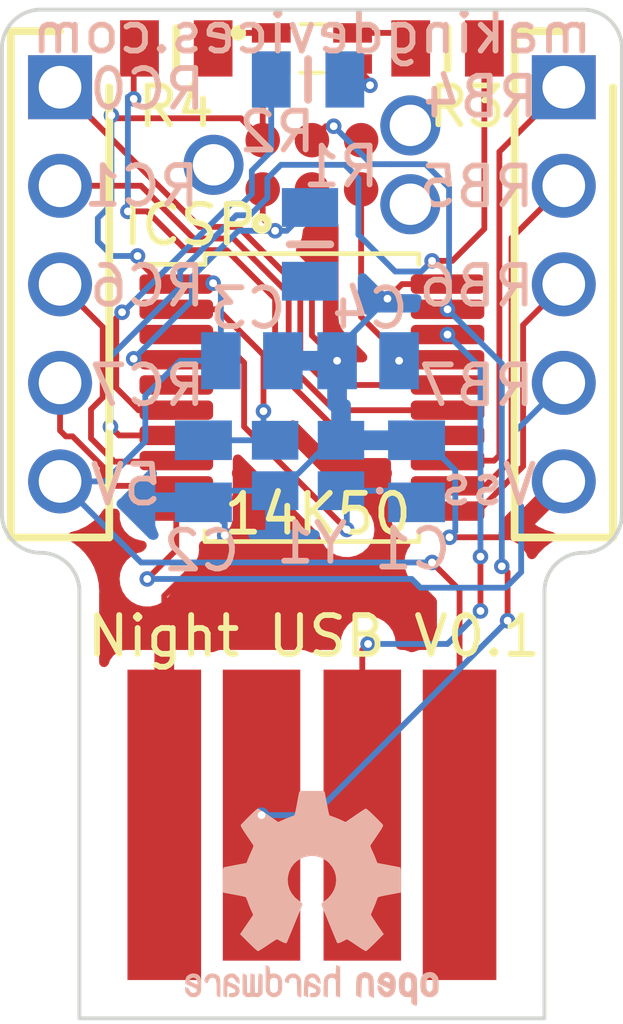
<source format=kicad_pcb>
(kicad_pcb (version 20211014) (generator pcbnew)
  (layers (0 "F.Cu" signal) (31 "B.Cu" signal) (34 "B.Paste" user) (35 "F.Paste" user) (36 "B.SilkS" user "B.Silkscreen") (37 "F.SilkS" user "F.Silkscreen") (38 "B.Mask" user) (39 "F.Mask" user) (44 "Edge.Cuts" user))
  (net 0 "")
  (net 1 "/Cyrstal1")
  (net 2 "GND")
  (net 3 "/Crystal2")
  (net 4 "+5V")
  (net 5 "Net-(C4-Pad2)")
  (net 6 "/MCLR")
  (net 7 "/PGD")
  (net 8 "/PGC")
  (net 10 "Net-(LED1-Pad1)")
  (net 11 "Net-(R3-Pad2)")
  (net 12 "Net-(R2-Pad2)")
  (net 14 "Net-(U1-Pad6)")
  (net 15 "Net-(U1-Pad7)")
  (net 16 "Net-(U1-Pad14)")
  (net 18 "/RB4")
  (net 19 "/RB5")
  (net 20 "/RB6")
  (net 21 "/RB7")
  (net 22 "/RC0")
  (net 23 "/RC1")
  (net 24 "/RC6")
  (net 25 "/RC7")
  (footprint "Library Loader:RESC2012X75N" (layer "F.Cu") (at 95.5 65 180)
    (fp_text reference "R3" (at -0.5 -1.5) (layer "F.SilkS"))
    (fp_text value "220" hide)
    (pad "1" smd rect locked (at -0.95 0 180) (size 1 1.45) (layers "F.Cu" "F.Paste" "F.Mask") (net 15 "Net-(U1-Pad7)"))
    (pad "2" smd rect locked (at 0.95 0 180) (size 1 1.45) (layers "F.Cu" "F.Paste" "F.Mask") (net 11 "Net-(R3-Pad2)"))
  )
  (footprint "Library Loader:HDRV5W64P0X254_1X5_1270X254X610P" (layer "F.Cu") (at 98.5 66 -90)
    (fp_text reference "J3" hide)
    (fp_text value "M20-9990546" hide)
    (pad "1" thru_hole rect locked (at 0 0 270) (size 1.65 1.65) (drill 1.1) (layers *.Cu *.Mask) (net 18 "/RB4"))
    (pad "2" thru_hole circle locked (at 2.54 0 270) (size 1.65 1.65) (drill 1.1) (layers *.Cu *.Mask) (net 19 "/RB5"))
    (pad "3" thru_hole circle locked (at 5.08 0 270) (size 1.65 1.65) (drill 1.1) (layers *.Cu *.Mask) (net 20 "/RB6"))
    (pad "4" thru_hole circle locked (at 7.62 0 270) (size 1.65 1.65) (drill 1.1) (layers *.Cu *.Mask) (net 21 "/RB7"))
    (pad "5" thru_hole circle locked (at 10.16 0 270) (size 1.65 1.65) (drill 1.1) (layers *.Cu *.Mask) (net 2 "GND"))
  )
  (footprint "Library Loader:TC2030-MCP-NL" (layer "F.Cu") (at 92 68)
    (fp_text reference "J1" hide)
    (fp_text value "TC2030-MCP-NL" hide)
    (pad "1" smd circle locked (at -1.27 0.635 90) (size 0.889 0.889) (layers "F.Cu" "F.Paste" "F.Mask") (net 6 "/MCLR"))
    (pad "2" smd circle locked (at -1.27 -0.635 90) (size 0.889 0.889) (layers "F.Cu" "F.Paste" "F.Mask") (net 4 "+5V"))
    (pad "3" smd circle locked (at 0 0.635 90) (size 0.889 0.889) (layers "F.Cu" "F.Paste" "F.Mask") (net 2 "GND"))
    (pad "4" smd circle locked (at 0 -0.635 90) (size 0.889 0.889) (layers "F.Cu" "F.Paste" "F.Mask") (net 7 "/PGD"))
    (pad "5" smd circle locked (at 1.27 0.635 90) (size 0.889 0.889) (layers "F.Cu" "F.Paste" "F.Mask") (net 8 "/PGC"))
    (pad "6" smd circle locked (at 1.27 -0.635 90) (size 0.889 0.889) (layers "F.Cu" "F.Paste" "F.Mask"))
    (pad "7" thru_hole circle locked (at -2.54 0) (size 1.55 1.55) (drill 1.0668) (layers *.Cu *.Mask))
    (pad "8" thru_hole circle locked (at 2.54 -1.016) (size 1.55 1.55) (drill 1.0668) (layers *.Cu *.Mask))
    (pad "9" thru_hole circle locked (at 2.54 1.016) (size 1.55 1.55) (drill 1.0668) (layers *.Cu *.Mask))
  )
  (footprint "Library Loader:INS85DATRG" (layer "F.Cu") (at 92 65)
    (fp_text reference "LED1" hide)
    (fp_text value "IN-S85TATRGB" hide)
    (pad "1" smd rect locked (at -1.05 -0.4 90) (size 0.5 1) (layers "F.Cu" "F.Paste" "F.Mask") (net 10 "Net-(LED1-Pad1)"))
    (pad "2" smd rect locked (at 1.05 -0.4 90) (size 0.5 1) (layers "F.Cu" "F.Paste" "F.Mask") (net 11 "Net-(R3-Pad2)"))
    (pad "3" smd rect locked (at -1.05 0.4 90) (size 0.5 1) (layers "F.Cu" "F.Paste" "F.Mask") (net 4 "+5V"))
    (pad "4" smd rect locked (at 1.05 0.4 90) (size 0.5 1) (layers "F.Cu" "F.Paste" "F.Mask") (net 12 "Net-(R2-Pad2)"))
  )
  (footprint "Library Loader:RESC2012X75N" (layer "F.Cu") (at 88.5 65)
    (fp_text reference "R4" (at 0 1.5) (layer "F.SilkS"))
    (fp_text value "220" hide)
    (pad "1" smd rect locked (at -0.95 0) (size 1 1.45) (layers "F.Cu" "F.Paste" "F.Mask") (net 16 "Net-(U1-Pad14)"))
    (pad "2" smd rect locked (at 0.95 0) (size 1 1.45) (layers "F.Cu" "F.Paste" "F.Mask") (net 10 "Net-(LED1-Pad1)"))
  )
  (footprint "Package_SO:SSOP-20_5.3x7.2mm_P0.65mm" (layer "F.Cu") (at 92 74)
    (fp_text reference "U1" hide)
    (fp_text value "14K50" (at 0.15 3 180) (layer "F.SilkS"))
    (pad "1" smd roundrect (at -3.5 -2.925) (size 1.9 0.5) (layers "F.Cu" "F.Paste" "F.Mask") (net 4 "+5V"))
    (pad "2" smd roundrect (at -3.5 -2.275) (size 1.9 0.5) (layers "F.Cu" "F.Paste" "F.Mask") (net 3 "/Crystal2"))
    (pad "3" smd roundrect (at -3.5 -1.625) (size 1.9 0.5) (layers "F.Cu" "F.Paste" "F.Mask") (net 1 "/Cyrstal1"))
    (pad "4" smd roundrect (at -3.5 -0.975) (size 1.9 0.5) (layers "F.Cu" "F.Paste" "F.Mask") (net 6 "/MCLR"))
    (pad "5" smd roundrect (at -3.5 -0.325) (size 1.9 0.5) (layers "F.Cu" "F.Paste" "F.Mask"))
    (pad "6" smd roundrect (at -3.5 0.325) (size 1.9 0.5) (layers "F.Cu" "F.Paste" "F.Mask") (net 14 "Net-(U1-Pad6)"))
    (pad "7" smd roundrect (at -3.5 0.975) (size 1.9 0.5) (layers "F.Cu" "F.Paste" "F.Mask") (net 15 "Net-(U1-Pad7)"))
    (pad "8" smd roundrect (at -3.5 1.625) (size 1.9 0.5) (layers "F.Cu" "F.Paste" "F.Mask") (net 24 "/RC6"))
    (pad "9" smd roundrect (at -3.5 2.275) (size 1.9 0.5) (layers "F.Cu" "F.Paste" "F.Mask") (net 25 "/RC7"))
    (pad "10" smd roundrect (at -3.5 2.925) (size 1.9 0.5) (layers "F.Cu" "F.Paste" "F.Mask") (net 21 "/RB7"))
    (pad "11" smd roundrect (at 3.5 2.925) (size 1.9 0.5) (layers "F.Cu" "F.Paste" "F.Mask") (net 20 "/RB6"))
    (pad "12" smd roundrect (at 3.5 2.275) (size 1.9 0.5) (layers "F.Cu" "F.Paste" "F.Mask") (net 19 "/RB5"))
    (pad "13" smd roundrect (at 3.5 1.625) (size 1.9 0.5) (layers "F.Cu" "F.Paste" "F.Mask") (net 18 "/RB4"))
    (pad "14" smd roundrect (at 3.5 0.975) (size 1.9 0.5) (layers "F.Cu" "F.Paste" "F.Mask") (net 16 "Net-(U1-Pad14)"))
    (pad "15" smd roundrect (at 3.5 0.325) (size 1.9 0.5) (layers "F.Cu" "F.Paste" "F.Mask") (net 23 "/RC1"))
    (pad "16" smd roundrect (at 3.5 -0.325) (size 1.9 0.5) (layers "F.Cu" "F.Paste" "F.Mask") (net 22 "/RC0"))
    (pad "17" smd roundrect (at 3.5 -0.975) (size 1.9 0.5) (layers "F.Cu" "F.Paste" "F.Mask") (net 5 "Net-(C4-Pad2)"))
    (pad "18" smd roundrect (at 3.5 -1.625) (size 1.9 0.5) (layers "F.Cu" "F.Paste" "F.Mask") (net 8 "/PGC"))
    (pad "19" smd roundrect (at 3.5 -2.275) (size 1.9 0.5) (layers "F.Cu" "F.Paste" "F.Mask") (net 7 "/PGD"))
    (pad "20" smd roundrect (at 3.5 -2.925) (size 1.9 0.5) (layers "F.Cu" "F.Paste" "F.Mask") (net 2 "GND"))
  )
  (footprint "Library Loader:HDRV5W64P0X254_1X5_1270X254X610P" (layer "F.Cu") (at 85.5 66 -90)
    (fp_text reference "J4" hide)
    (fp_text value "M20-9990546" hide)
    (pad "1" thru_hole rect locked (at 0 0 270) (size 1.65 1.65) (drill 1.1) (layers *.Cu *.Mask) (net 22 "/RC0"))
    (pad "2" thru_hole circle locked (at 2.54 0 270) (size 1.65 1.65) (drill 1.1) (layers *.Cu *.Mask) (net 23 "/RC1"))
    (pad "3" thru_hole circle locked (at 5.08 0 270) (size 1.65 1.65) (drill 1.1) (layers *.Cu *.Mask) (net 24 "/RC6"))
    (pad "4" thru_hole circle locked (at 7.62 0 270) (size 1.65 1.65) (drill 1.1) (layers *.Cu *.Mask) (net 25 "/RC7"))
    (pad "5" thru_hole circle locked (at 10.16 0 270) (size 1.65 1.65) (drill 1.1) (layers *.Cu *.Mask) (net 4 "+5V"))
  )
  (footprint "Library Loader:usb-PCB" (layer "F.Cu") (at 92 89.9125)
    (fp_text reference "J2" hide)
    (fp_text value "USB_A_PLUG" hide)
    (pad "1" connect rect (at 3.81 -4.9) (size 1.9 8) (layers "F.Cu" "F.Mask") (net 4 "+5V"))
    (pad "2" connect rect (at 1.3 -5.15) (size 2 7.5) (layers "F.Cu" "F.Mask") (net 8 "/PGC"))
    (pad "3" connect rect (at -1.3 -5.15) (size 2 7.5) (layers "F.Cu" "F.Mask") (net 7 "/PGD"))
    (pad "4" connect rect (at -3.81 -4.9) (size 1.9 8) (layers "F.Cu" "F.Mask") (net 2 "GND"))
  )
  (footprint "Library Loader:CAPC2012X140N" (layer "B.Cu") (at 90.45 73.05 180)
    (fp_text reference "C3" (at 0.1 1.35 180) (layer "B.SilkS") (effects (justify mirror)))
    (fp_text value "100nF" hide)
    (pad "1" smd rect locked (at -0.8 0 180) (size 1.02 1.47) (layers "B.Cu" "B.Paste" "B.Mask") (net 2 "GND"))
    (pad "2" smd rect locked (at 0.8 0 180) (size 1.02 1.47) (layers "B.Cu" "B.Paste" "B.Mask") (net 4 "+5V"))
  )
  (footprint "Library Loader:RESC2012X75N" (layer "B.Cu") (at 91.9 65.8)
    (fp_text reference "R2" (at -0.8 1.35 180) (layer "B.SilkS") (effects (justify mirror)))
    (fp_text value "220" hide)
    (pad "1" smd rect locked (at -0.95 0) (size 1 1.45) (layers "B.Cu" "B.Paste" "B.Mask") (net 14 "Net-(U1-Pad6)"))
    (pad "2" smd rect locked (at 0.95 0) (size 1 1.45) (layers "B.Cu" "B.Paste" "B.Mask") (net 12 "Net-(R2-Pad2)"))
  )
  (footprint "Library Loader:CAPC2012X140N" (layer "B.Cu") (at 93.45 73.05)
    (fp_text reference "C4" (at 0.05 -1.35 180) (layer "B.SilkS") (effects (justify mirror)))
    (fp_text value "470nF" hide)
    (pad "1" smd rect locked (at -0.8 0) (size 1.02 1.47) (layers "B.Cu" "B.Paste" "B.Mask") (net 2 "GND"))
    (pad "2" smd rect locked (at 0.8 0) (size 1.02 1.47) (layers "B.Cu" "B.Paste" "B.Mask") (net 5 "Net-(C4-Pad2)"))
  )
  (footprint "Library Loader:CX2520DB12000D0GPSC1" (layer "B.Cu") (at 91.9 75.75 180)
    (fp_text reference "Y1" (at -0.1 -2) (layer "B.SilkS") (effects (justify mirror)))
    (fp_text value "12Mhz" hide)
    (pad "1" smd rect locked (at -0.85 -0.65 90) (size 1 1.2) (layers "B.Cu" "B.Paste" "B.Mask") (net 1 "/Cyrstal1"))
    (pad "2" smd rect locked (at 0.85 -0.65 90) (size 1 1.2) (layers "B.Cu" "B.Paste" "B.Mask") (net 2 "GND"))
    (pad "3" smd rect locked (at 0.85 0.65 90) (size 1 1.2) (layers "B.Cu" "B.Paste" "B.Mask") (net 3 "/Crystal2"))
    (pad "4" smd rect locked (at -0.85 0.65 90) (size 1 1.2) (layers "B.Cu" "B.Paste" "B.Mask") (net 2 "GND"))
  )
  (footprint "Library Loader:RESC2012X75N" (layer "B.Cu") (at 91.95 70.05 90)
    (fp_text reference "R1" (at 2 0.8 180) (layer "B.SilkS") (effects (justify mirror)))
    (fp_text value "10k" hide)
    (pad "1" smd rect locked (at -0.95 0 90) (size 1 1.45) (layers "B.Cu" "B.Paste" "B.Mask"))
    (pad "2" smd rect locked (at 0.95 0 90) (size 1 1.45) (layers "B.Cu" "B.Paste" "B.Mask") (net 6 "/MCLR"))
  )
  (footprint "Symbol:OSHW-Logo2_7.3x6mm_SilkScreen" (layer "B.Cu") (at 92 86.9 180)
    (fp_text reference "REF**" hide)
    (fp_text value "OSHW-Logo2_7.3x6mm_SilkScreen" hide)
  )
  (footprint "Library Loader:CAPC2012X140N" (layer "B.Cu") (at 89.2 75.9 90)
    (fp_text reference "C2" (at -2.05 -0.05) (layer "B.SilkS") (effects (justify mirror)))
    (fp_text value "22pF" hide)
    (pad "1" smd rect locked (at -0.8 0 90) (size 1.02 1.47) (layers "B.Cu" "B.Paste" "B.Mask") (net 2 "GND"))
    (pad "2" smd rect locked (at 0.8 0 90) (size 1.02 1.47) (layers "B.Cu" "B.Paste" "B.Mask") (net 3 "/Crystal2"))
  )
  (footprint "Library Loader:CAPC2012X140N" (layer "B.Cu") (at 94.7 75.9 90)
    (fp_text reference "C1" (at -2 -0.1) (layer "B.SilkS") (effects (justify mirror)))
    (fp_text value "22pF" hide)
    (pad "1" smd rect locked (at -0.8 0 90) (size 1.02 1.47) (layers "B.Cu" "B.Paste" "B.Mask") (net 1 "/Cyrstal1"))
    (pad "2" smd rect locked (at 0.8 0 90) (size 1.02 1.47) (layers "B.Cu" "B.Paste" "B.Mask") (net 2 "GND"))
  )
  (gr_arc (start 85 78) (mid 84.292893 77.707107) (end 84 77) (layer "Edge.Cuts") (width 0.1))
  (gr_line (start 86 90) (end 86 79) (layer "Edge.Cuts") (width 0.1))
  (gr_line (start 100 65) (end 100 77) (layer "Edge.Cuts") (width 0.1))
  (gr_line (start 98 79) (end 98 90) (layer "Edge.Cuts") (width 0.1))
  (gr_arc (start 98 79) (mid 98.292893 78.292893) (end 99 78) (layer "Edge.Cuts") (width 0.1))
  (gr_arc (start 100 77) (mid 99.707107 77.707107) (end 99 78) (layer "Edge.Cuts") (width 0.1))
  (gr_arc (start 85 78) (mid 85.707107 78.292893) (end 86 79) (layer "Edge.Cuts") (width 0.1))
  (gr_line (start 84 77) (end 84 65) (layer "Edge.Cuts") (width 0.1))
  (gr_arc (start 99 64) (mid 99.707107 64.292893) (end 100 65) (layer "Edge.Cuts") (width 0.1))
  (gr_arc (start 84 65) (mid 84.292893 64.292893) (end 85 64) (layer "Edge.Cuts") (width 0.1))
  (gr_line (start 85 64) (end 99 64) (layer "Edge.Cuts") (width 0.1))
  (gr_line (start 98 90) (end 86 90) (layer "Edge.Cuts") (width 0.1))
  (gr_text "RC1" (at 87.6 68.55) (layer "B.SilkS") (effects (font (size 1 1)) (justify mirror)))
  (gr_text "RC0" (at 87.75 66.05) (layer "B.SilkS") (effects (font (size 1 1)) (justify mirror)))
  (gr_text "RC7" (at 87.75 73.6875) (layer "B.SilkS") (effects (font (size 1 1)) (justify mirror)))
  (gr_text "RB4" (at 96.35 66.25) (layer "B.SilkS") (effects (font (size 1 1)) (justify mirror)))
  (gr_text "RB7" (at 96.25 73.6875) (layer "B.SilkS") (effects (font (size 1 1)) (justify mirror)))
  (gr_text "5V" (at 87.2 76.25) (layer "B.SilkS") (effects (font (size 1 1)) (justify mirror)))
  (gr_text "RC6" (at 87.75 71.125) (layer "B.SilkS") (effects (font (size 1 1)) (justify mirror)))
  (gr_text "RB6" (at 96.25 71.125) (layer "B.SilkS") (effects (font (size 1 1)) (justify mirror)))
  (gr_text "makingdevices.com" (at 92 64.6) (layer "B.SilkS") (effects (font (size 1 1)) (justify mirror)))
  (gr_text "Vss" (at 96.55 76.25) (layer "B.SilkS") (effects (font (size 1 1)) (justify mirror)))
  (gr_text "RB5" (at 96.25 68.5625) (layer "B.SilkS") (effects (font (size 1 1)) (justify mirror)))
  (gr_text "Night USB V0.1" (at 92.05 80.15) (layer "F.SilkS") (effects (font (size 1 1))))
  (gr_text "ICSP" (at 88.85 69.55) (layer "F.SilkS") (effects (font (size 1 1))))
  (segment (start 89.525 72.375) (end 90.1 72.95) (width 0.15) (layer "F.Cu") (net 1))
  (segment (start 90.1 72.95) (end 90.25 73.1) (width 0.15) (layer "F.Cu") (net 1))
  (segment (start 88.5 72.375) (end 89.525 72.375) (width 0.15) (layer "F.Cu") (net 1))
  (segment (start 90.25 74.25) (end 90.25 74.75) (width 0.15) (layer "F.Cu") (net 1))
  (segment (start 90.25 74.75) (end 92.9 77.4) (width 0.15) (layer "F.Cu") (net 1))
  (segment (start 90.25 73.1) (end 90.25 74.25) (width 0.15) (layer "F.Cu") (net 1))
  (via (at 92.9 77.4) (size 0.4) (drill 0.2) (layers "F.Cu" "B.Cu") (net 1))
  (segment (start 92.75 76.4) (end 94.4 76.4) (width 0.15) (layer "B.Cu") (net 1))
  (segment (start 94.4 76.4) (end 94.7 76.7) (width 0.15) (layer "B.Cu") (net 1))
  (segment (start 92.9 77.4) (end 92.9 76.55) (width 0.15) (layer "B.Cu") (net 1))
  (segment (start 92.9 76.55) (end 92.75 76.4) (width 0.15) (layer "B.Cu") (net 1))
  (segment (start 88.19 79.11) (end 89.75 77.55) (width 0.15) (layer "F.Cu") (net 2))
  (segment (start 93.95 71.45) (end 94.325 71.075) (width 0.15) (layer "F.Cu") (net 2))
  (segment (start 94.325 71.075) (end 95.5 71.075) (width 0.15) (layer "F.Cu") (net 2))
  (segment (start 97.06 77.6) (end 98.5 76.16) (width 0.15) (layer "F.Cu") (net 2))
  (segment (start 88.19 85.0125) (end 88.19 79.11) (width 0.15) (layer "F.Cu") (net 2))
  (segment (start 92 72.4) (end 92.65 73.05) (width 0.15) (layer "F.Cu") (net 2))
  (segment (start 95.55 77.6) (end 97.06 77.6) (width 0.15) (layer "F.Cu") (net 2))
  (segment (start 92 68.635) (end 92 72.4) (width 0.15) (layer "F.Cu") (net 2))
  (via (at 95.55 77.6) (size 0.4) (drill 0.2) (layers "F.Cu" "B.Cu") (net 2))
  (via (at 89.75 77.55) (size 0.4) (drill 0.2) (layers "F.Cu" "B.Cu") (net 2))
  (via (at 93.95 71.45) (size 0.4) (drill 0.2) (layers "F.Cu" "B.Cu") (net 2))
  (via (at 92.65 73.05) (size 0.4) (drill 0.2) (layers "F.Cu" "B.Cu") (net 2))
  (segment (start 94.7 75.1) (end 92.75 75.1) (width 0.15) (layer "B.Cu") (net 2))
  (segment (start 92.65 72.75) (end 93.95 71.45) (width 0.15) (layer "B.Cu") (net 2))
  (segment (start 92.65 73.05) (end 92.65 72.75) (width 0.15) (layer "B.Cu") (net 2))
  (segment (start 92.500978 75.1) (end 92.75 75.1) (width 0.15) (layer "B.Cu") (net 2))
  (segment (start 94.7 75.1) (end 94.925 75.1) (width 0.15) (layer "B.Cu") (net 2))
  (segment (start 95.7 75.875) (end 95.7 77.35) (width 0.15) (layer "B.Cu") (net 2))
  (segment (start 92.75 75.1) (end 92.75 73.15) (width 0.15) (layer "B.Cu") (net 2))
  (segment (start 91.05 76.4) (end 91.200978 76.4) (width 0.15) (layer "B.Cu") (net 2))
  (segment (start 89.5 76.4) (end 89.2 76.7) (width 0.15) (layer "B.Cu") (net 2))
  (segment (start 91.05 76.4) (end 89.5 76.4) (width 0.15) (layer "B.Cu") (net 2))
  (segment (start 95.7 77.35) (end 95.7 77.45) (width 0.15) (layer "B.Cu") (net 2))
  (segment (start 89.75 77.25) (end 89.2 76.7) (width 0.15) (layer "B.Cu") (net 2))
  (segment (start 91.200978 76.4) (end 92.500978 75.1) (width 0.15) (layer "B.Cu") (net 2))
  (segment (start 94.925 75.1) (end 95.7 75.875) (width 0.15) (layer "B.Cu") (net 2))
  (segment (start 92.75 73.15) (end 92.65 73.05) (width 0.15) (layer "B.Cu") (net 2))
  (segment (start 95.7 77.45) (end 95.55 77.6) (width 0.15) (layer "B.Cu") (net 2))
  (segment (start 89.75 77.55) (end 89.75 77.25) (width 0.15) (layer "B.Cu") (net 2))
  (segment (start 91.25 73.05) (end 92.65 73.05) (width 0.15) (layer "B.Cu") (net 2))
  (segment (start 89.575 71.725) (end 90.75 72.9) (width 0.15) (layer "F.Cu") (net 3))
  (segment (start 88.5 71.725) (end 89.575 71.725) (width 0.15) (layer "F.Cu") (net 3))
  (segment (start 90.75 72.9) (end 90.75 74.35) (width 0.15) (layer "F.Cu") (net 3))
  (via (at 90.75 74.35) (size 0.4) (drill 0.2) (layers "F.Cu" "B.Cu") (net 3))
  (segment (start 90.75 74.35) (end 90.75 74.8) (width 0.15) (layer "B.Cu") (net 3))
  (segment (start 91.05 75.1) (end 89.2 75.1) (width 0.15) (layer "B.Cu") (net 3))
  (segment (start 90.75 74.8) (end 91.05 75.1) (width 0.15) (layer "B.Cu") (net 3))
  (segment (start 88.5 71.075) (end 88.125 71.075) (width 0.15) (layer "F.Cu") (net 4))
  (segment (start 90.73 65.62) (end 90.95 65.4) (width 0.15) (layer "F.Cu") (net 4))
  (segment (start 88.5 71.075) (end 89.425 71.075) (width 0.15) (layer "F.Cu") (net 4))
  (segment (start 90.73 67.365) (end 90.73 65.62) (width 0.15) (layer "F.Cu") (net 4))
  (segment (start 90.73 67.365) (end 90.165 66.8) (width 0.15) (layer "F.Cu") (net 4))
  (segment (start 88.125 71.075) (end 87.5 70.45) (width 0.15) (layer "F.Cu") (net 4))
  (segment (start 95.81 85.0125) (end 95.81 78.96) (width 0.15) (layer "F.Cu") (net 4))
  (segment (start 95.81 78.96) (end 95.1 78.25) (width 0.15) (layer "F.Cu") (net 4))
  (segment (start 87.5 70.45) (end 87.5 70.35) (width 0.15) (layer "F.Cu") (net 4))
  (segment (start 90.165 66.8) (end 86.900334 66.8) (width 0.15) (layer "F.Cu") (net 4))
  (segment (start 89.425 71.075) (end 89.45 71.05) (width 0.15) (layer "F.Cu") (net 4))
  (via (at 89.45 71.05) (size 0.4) (drill 0.2) (layers "F.Cu" "B.Cu") (net 4))
  (via (at 87.5 70.35) (size 0.4) (drill 0.2) (layers "F.Cu" "B.Cu") (net 4))
  (via (at 95.1 78.25) (size 0.4) (drill 0.2) (layers "F.Cu" "B.Cu") (net 4))
  (via (at 86.8255 66.725166) (size 0.4) (drill 0.2) (layers "F.Cu" "B.Cu") (net 4))
  (segment (start 87.5 70.35) (end 86.85 70.35) (width 0.15) (layer "B.Cu") (net 4))
  (segment (start 87.59 78.25) (end 85.5 76.16) (width 0.15) (layer "B.Cu") (net 4))
  (segment (start 89.65 71.25) (end 89.45 71.05) (width 0.15) (layer "B.Cu") (net 4))
  (segment (start 86.666726 76.16) (end 85.5 76.16) (width 0.15) (layer "B.Cu") (net 4))
  (segment (start 88.6 73.05) (end 87.7 73.95) (width 0.15) (layer "B.Cu") (net 4))
  (segment (start 89.65 73.05) (end 88.6 73.05) (width 0.15) (layer "B.Cu") (net 4))
  (segment (start 86.474825 69.974825) (end 86.474825 69.374825) (width 0.15) (layer "B.Cu") (net 4))
  (segment (start 86.85 70.35) (end 86.474825 69.974825) (width 0.15) (layer "B.Cu") (net 4))
  (segment (start 95.1 78.25) (end 87.59 78.25) (width 0.15) (layer "B.Cu") (net 4))
  (segment (start 87.7 73.95) (end 87.7 75.126726) (width 0.15) (layer "B.Cu") (net 4))
  (segment (start 86.8255 69.02415) (end 86.474825 69.374825) (width 0.15) (layer "B.Cu") (net 4))
  (segment (start 86.8255 66.725166) (end 86.8255 69.02415) (width 0.15) (layer "B.Cu") (net 4))
  (segment (start 87.7 75.126726) (end 86.666726 76.16) (width 0.15) (layer "B.Cu") (net 4))
  (segment (start 89.65 73.05) (end 89.65 71.25) (width 0.15) (layer "B.Cu") (net 4))
  (segment (start 95.5 73.025) (end 94.275 73.025) (width 0.15) (layer "F.Cu") (net 5))
  (segment (start 94.275 73.025) (end 94.25 73.05) (width 0.15) (layer "F.Cu") (net 5))
  (via (at 94.25 73.05) (size 0.4) (drill 0.2) (layers "F.Cu" "B.Cu") (net 5))
  (segment (start 88.5 73.025) (end 87.425 73.025) (width 0.15) (layer "F.Cu") (net 6))
  (segment (start 87.425 73.025) (end 87.4 73) (width 0.15) (layer "F.Cu") (net 6))
  (segment (start 90.73 69.38) (end 91.05 69.7) (width 0.15) (layer "F.Cu") (net 6))
  (segment (start 90.73 68.635) (end 90.73 69.38) (width 0.15) (layer "F.Cu") (net 6))
  (via (at 91.05 69.7) (size 0.4) (drill 0.2) (layers "F.Cu" "B.Cu") (net 6))
  (via (at 87.4 73) (size 0.4) (drill 0.2) (layers "F.Cu" "B.Cu") (net 6))
  (segment (start 91.35 69.7) (end 91.95 69.1) (width 0.15) (layer "B.Cu") (net 6))
  (segment (start 87.4 73) (end 88.9 71.5) (width 0.15) (layer "B.Cu") (net 6))
  (segment (start 91.05 69.7) (end 91.35 69.7) (width 0.15) (layer "B.Cu") (net 6))
  (segment (start 88.9 70.9) (end 90.1 69.7) (width 0.15) (layer "B.Cu") (net 6))
  (segment (start 88.9 71.5) (end 88.9 70.9) (width 0.15) (layer "B.Cu") (net 6))
  (segment (start 90.1 69.7) (end 91.05 69.7) (width 0.15) (layer "B.Cu") (net 6))
  (segment (start 97.05 78.5) (end 96.9 78.35) (width 0.15) (layer "F.Cu") (net 7))
  (segment (start 97.05 79.75) (end 97.05 78.5) (width 0.15) (layer "F.Cu") (net 7))
  (segment (start 92.359648 67.005352) (end 92 67.365) (width 0.15) (layer "F.Cu") (net 7))
  (segment (start 92.562121 67.005352) (end 92.359648 67.005352) (width 0.15) (layer "F.Cu") (net 7))
  (via (at 92.562121 67.005352) (size 0.4) (drill 0.2) (layers "F.Cu" "B.Cu") (net 7))
  (via (at 96.9 78.35) (size 0.4) (drill 0.2) (layers "F.Cu" "B.Cu") (net 7))
  (via (at 95.5 71.725) (size 0.4) (drill 0.2) (layers "F.Cu" "B.Cu") (net 7))
  (via (at 90.7 84.7625) (size 0.4) (drill 0.2) (layers "F.Cu" "B.Cu") (net 7))
  (via (at 97.05 79.75) (size 0.4) (drill 0.2) (layers "F.Cu" "B.Cu") (net 7))
  (segment (start 94.033511 67.983511) (end 93.54028 67.983511) (width 0.15) (layer "B.Cu") (net 7))
  (segment (start 97.05 79.75) (end 92.0375 84.7625) (width 0.15) (layer "B.Cu") (net 7))
  (segment (start 95.539511 71.685489) (end 95.5 71.725) (width 0.15) (layer "B.Cu") (net 7))
  (segment (start 93.54028 67.983511) (end 92.562121 67.005352) (width 0.15) (layer "B.Cu") (net 7))
  (segment (start 94.033511 67.983511) (end 94.933511 67.983511) (width 0.15) (layer "B.Cu") (net 7))
  (segment (start 94.933511 67.983511) (end 95.539511 68.589511) (width 0.15) (layer "B.Cu") (net 7))
  (segment (start 92.0375 84.7625) (end 90.7 84.7625) (width 0.15) (layer "B.Cu") (net 7))
  (segment (start 96.9 73.125) (end 95.5 71.725) (width 0.15) (layer "B.Cu") (net 7))
  (segment (start 95.539511 68.589511) (end 95.539511 71.685489) (width 0.15) (layer "B.Cu") (net 7))
  (segment (start 96.9 78.35) (end 96.9 73.125) (width 0.15) (layer "B.Cu") (net 7))
  (segment (start 96.35 78.1) (end 96.35 79.5) (width 0.15) (layer "F.Cu") (net 8))
  (segment (start 95.5 72.375) (end 95.425 72.45) (width 0.15) (layer "F.Cu") (net 8))
  (segment (start 95.425 72.45) (end 93.8 72.45) (width 0.15) (layer "F.Cu") (net 8))
  (segment (start 93.3 80.5) (end 93.3 84.7625) (width 0.15) (layer "F.Cu") (net 8))
  (segment (start 93.8 72.45) (end 93.27 71.92) (width 0.15) (layer "F.Cu") (net 8))
  (segment (start 93.45 80.35) (end 93.3 80.5) (width 0.15) (layer "F.Cu") (net 8))
  (segment (start 93.27 71.92) (end 93.27 68.635) (width 0.15) (layer "F.Cu") (net 8))
  (via (at 95.5 72.375) (size 0.4) (drill 0.2) (layers "F.Cu" "B.Cu") (net 8))
  (via (at 96.35 79.5) (size 0.4) (drill 0.2) (layers "F.Cu" "B.Cu") (net 8))
  (via (at 93.45 80.35) (size 0.4) (drill 0.2) (layers "F.Cu" "B.Cu") (net 8))
  (via (at 96.35 78.1) (size 0.4) (drill 0.2) (layers "F.Cu" "B.Cu") (net 8))
  (segment (start 96.35 79.5) (end 95.55 80.3) (width 0.15) (layer "B.Cu") (net 8))
  (segment (start 96.35 73.225) (end 96.35 78.1) (width 0.15) (layer "B.Cu") (net 8))
  (segment (start 95.55 80.3) (end 95.5 80.35) (width 0.15) (layer "B.Cu") (net 8))
  (segment (start 95.5 72.375) (end 96.35 73.225) (width 0.15) (layer "B.Cu") (net 8))
  (segment (start 95.5 80.35) (end 93.45 80.35) (width 0.15) (layer "B.Cu") (net 8))
  (segment (start 89.85 64.6) (end 89.45 65) (width 0.15) (layer "F.Cu") (net 10))
  (segment (start 90.95 64.6) (end 89.85 64.6) (width 0.15) (layer "F.Cu") (net 10))
  (segment (start 93.05 64.6) (end 94.15 64.6) (width 0.15) (layer "F.Cu") (net 11))
  (segment (start 94.15 64.6) (end 94.55 65) (width 0.15) (layer "F.Cu") (net 11))
  (segment (start 93.5 65.85) (end 93.5 65.95) (width 0.15) (layer "F.Cu") (net 12))
  (segment (start 93.4 65.75) (end 93.05 65.4) (width 0.15) (layer "F.Cu") (net 12))
  (segment (start 93.4 65.75) (end 93.5 65.85) (width 0.15) (layer "F.Cu") (net 12))
  (via (at 93.5 65.95) (size 0.4) (drill 0.2) (layers "F.Cu" "B.Cu") (net 12))
  (segment (start 93 65.95) (end 92.85 65.8) (width 0.15) (layer "B.Cu") (net 12))
  (segment (start 93.5 65.95) (end 93 65.95) (width 0.15) (layer "B.Cu") (net 12))
  (segment (start 86.95 73.75) (end 87.525 74.325) (width 0.15) (layer "F.Cu") (net 14))
  (segment (start 86.95 71.95) (end 86.95 73.75) (width 0.15) (layer "F.Cu") (net 14))
  (segment (start 87.525 74.325) (end 88.5 74.325) (width 0.15) (layer "F.Cu") (net 14))
  (segment (start 87.1 71.8) (end 86.95 71.95) (width 0.15) (layer "F.Cu") (net 14))
  (via (at 87.1 71.8) (size 0.4) (drill 0.2) (layers "F.Cu" "B.Cu") (net 14))
  (segment (start 89.926414 69) (end 90.2 69) (width 0.15) (layer "B.Cu") (net 14))
  (segment (start 87.1 71.8) (end 87.2 71.8) (width 0.15) (layer "B.Cu") (net 14))
  (segment (start 90.2 69) (end 90.45 68.75) (width 0.15) (layer "B.Cu") (net 14))
  (segment (start 87.2 71.8) (end 87.2 71.726414) (width 0.15) (layer "B.Cu") (net 14))
  (segment (start 87.2 71.726414) (end 89.926414 69) (width 0.15) (layer "B.Cu") (net 14))
  (segment (start 90.95 67.65) (end 90.95 65.8) (width 0.15) (layer "B.Cu") (net 14))
  (segment (start 90.45 68.75) (end 90.45 68.15) (width 0.15) (layer "B.Cu") (net 14))
  (segment (start 90.45 68.15) (end 90.95 67.65) (width 0.15) (layer "B.Cu") (net 14))
  (segment (start 88.5 74.975) (end 87.025 74.975) (width 0.15) (layer "F.Cu") (net 15))
  (segment (start 96.45 69.65) (end 96.45 65) (width 0.15) (layer "F.Cu") (net 15))
  (segment (start 95.6245 70.4755) (end 96.45 69.65) (width 0.15) (layer "F.Cu") (net 15))
  (segment (start 95.1 70.4755) (end 95.6245 70.4755) (width 0.15) (layer "F.Cu") (net 15))
  (segment (start 87.025 74.975) (end 86.8 74.75) (width 0.15) (layer "F.Cu") (net 15))
  (via (at 95.1 70.4755) (size 0.4) (drill 0.2) (layers "F.Cu" "B.Cu") (net 15))
  (via (at 86.8 74.75) (size 0.4) (drill 0.2) (layers "F.Cu" "B.Cu") (net 15))
  (segment (start 88.6 71.15) (end 88.6 70.75) (width 0.15) (layer "B.Cu") (net 15))
  (segment (start 92.85 68) (end 93.2 68.35) (width 0.15) (layer "B.Cu") (net 15))
  (segment (start 90.4 69.3) (end 90.85 68.85) (width 0.15) (layer "B.Cu") (net 15))
  (segment (start 88.6 70.75) (end 90.05 69.3) (width 0.15) (layer "B.Cu") (net 15))
  (segment (start 93.2 69.8) (end 94.15 70.75) (width 0.15) (layer "B.Cu") (net 15))
  (segment (start 90.85 68.85) (end 90.85 68.35) (width 0.15) (layer "B.Cu") (net 15))
  (segment (start 86.8 74.75) (end 86.8 72.95) (width 0.15) (layer "B.Cu") (net 15))
  (segment (start 94.8255 70.75) (end 95.1 70.4755) (width 0.15) (layer "B.Cu") (net 15))
  (segment (start 93.2 68.35) (end 93.2 69.8) (width 0.15) (layer "B.Cu") (net 15))
  (segment (start 91.2 68) (end 92.85 68) (width 0.15) (layer "B.Cu") (net 15))
  (segment (start 94.15 70.75) (end 94.8255 70.75) (width 0.15) (layer "B.Cu") (net 15))
  (segment (start 86.8 72.95) (end 88.6 71.15) (width 0.15) (layer "B.Cu") (net 15))
  (segment (start 90.05 69.3) (end 90.4 69.3) (width 0.15) (layer "B.Cu") (net 15))
  (segment (start 90.85 68.35) (end 91.2 68) (width 0.15) (layer "B.Cu") (net 15))
  (segment (start 87.4 65.15) (end 87.55 65) (width 0.15) (layer "F.Cu") (net 16))
  (segment (start 87.4 66.3) (end 87.4 65.15) (width 0.15) (layer "F.Cu") (net 16))
  (segment (start 91.05 73.25) (end 91.05 71.45) (width 0.15) (layer "F.Cu") (net 16))
  (segment (start 95.5 74.975) (end 92.775 74.975) (width 0.15) (layer "F.Cu") (net 16))
  (segment (start 89.79952 70.19952) (end 89.7 70.19952) (width 0.15) (layer "F.Cu") (net 16))
  (segment (start 89.7 70.19952) (end 88.74952 70.19952) (width 0.15) (layer "F.Cu") (net 16))
  (segment (start 87.75 69.2) (end 87.25 69.2) (width 0.15) (layer "F.Cu") (net 16))
  (segment (start 87.8 69.25) (end 87.75 69.2) (width 0.15) (layer "F.Cu") (net 16))
  (segment (start 91.05 71.45) (end 89.79952 70.19952) (width 0.15) (layer "F.Cu") (net 16))
  (segment (start 88.74952 70.19952) (end 87.8 69.25) (width 0.15) (layer "F.Cu") (net 16))
  (segment (start 92.775 74.975) (end 91.05 73.25) (width 0.15) (layer "F.Cu") (net 16))
  (via (at 87.25 69.2) (size 0.4) (drill 0.2) (layers "F.Cu" "B.Cu") (net 16))
  (via (at 87.4 66.3) (size 0.4) (drill 0.2) (layers "F.Cu" "B.Cu") (net 16))
  (segment (start 87.25 66.25) (end 87.35 66.25) (width 0.15) (layer "B.Cu") (net 16))
  (segment (start 87.25 69.2) (end 87.25 66.25) (width 0.15) (layer "B.Cu") (net 16))
  (segment (start 87.35 66.25) (end 87.4 66.3) (width 0.15) (layer "B.Cu") (net 16))
  (segment (start 96.9 67.6) (end 98.5 66) (width 0.15) (layer "F.Cu") (net 18))
  (segment (start 95.5 75.625) (end 96.701414 75.625) (width 0.15) (layer "F.Cu") (net 18))
  (segment (start 96.838207 75.488207) (end 96.838207 67.661793) (width 0.15) (layer "F.Cu") (net 18))
  (segment (start 96.701414 75.625) (end 96.838207 75.488207) (width 0.15) (layer "F.Cu") (net 18))
  (segment (start 96.838207 67.661793) (end 96.9 67.6) (width 0.15) (layer "F.Cu") (net 18))
  (segment (start 96.475 76.275) (end 97.150969 75.599031) (width 0.15) (layer "F.Cu") (net 19))
  (segment (start 95.5 76.275) (end 96.475 76.275) (width 0.15) (layer "F.Cu") (net 19))
  (segment (start 97.150969 69.889031) (end 98.5 68.54) (width 0.15) (layer "F.Cu") (net 19))
  (segment (start 97.150969 75.599031) (end 97.150969 69.889031) (width 0.15) (layer "F.Cu") (net 19))
  (segment (start 95.5 76.925) (end 96.294295 76.925) (width 0.15) (layer "F.Cu") (net 20))
  (segment (start 97.450489 72.129511) (end 98.5 71.08) (width 0.15) (layer "F.Cu") (net 20))
  (segment (start 96.294295 76.925) (end 97.450489 75.768806) (width 0.15) (layer "F.Cu") (net 20))
  (segment (start 97.450489 75.768806) (end 97.450489 72.129511) (width 0.15) (layer "F.Cu") (net 20))
  (segment (start 88.5 76.925) (end 88.5 77.9245) (width 0.15) (layer "F.Cu") (net 21))
  (segment (start 88.5 77.9245) (end 87.75 78.6745) (width 0.15) (layer "F.Cu") (net 21))
  (via (at 87.75 78.6745) (size 0.4) (drill 0.2) (layers "F.Cu" "B.Cu") (net 21))
  (segment (start 97.25 76.65) (end 97.25 74.87) (width 0.15) (layer "B.Cu") (net 21))
  (segment (start 97.25 74.87) (end 98.5 73.62) (width 0.15) (layer "B.Cu") (net 21))
  (segment (start 87.75 78.6745) (end 94.5745 78.6745) (width 0.15) (layer "B.Cu") (net 21))
  (segment (start 94.5745 78.6745) (end 94.8 78.9) (width 0.15) (layer "B.Cu") (net 21))
  (segment (start 94.8 78.9) (end 97 78.9) (width 0.15) (layer "B.Cu") (net 21))
  (segment (start 97 78.9) (end 97.4 78.5) (width 0.15) (layer "B.Cu") (net 21))
  (segment (start 97.4 78.5) (end 97.4 76.8) (width 0.15) (layer "B.Cu") (net 21))
  (segment (start 97.4 76.8) (end 97.25 76.65) (width 0.15) (layer "B.Cu") (net 21))
  (segment (start 89.1 69.6) (end 90.1 69.6) (width 0.15) (layer "F.Cu") (net 22))
  (segment (start 90.1 69.6) (end 91.7 71.2) (width 0.15) (layer "F.Cu") (net 22))
  (segment (start 92.425 73.675) (end 95.5 73.675) (width 0.15) (layer "F.Cu") (net 22))
  (segment (start 91.7 72.95) (end 92.425 73.675) (width 0.15) (layer "F.Cu") (net 22))
  (segment (start 85.5 66) (end 89.1 69.6) (width 0.15) (layer "F.Cu") (net 22))
  (segment (start 91.7 71.2) (end 91.7 72.95) (width 0.15) (layer "F.Cu") (net 22))
  (segment (start 91.4 71.323586) (end 89.976414 69.9) (width 0.15) (layer "F.Cu") (net 23))
  (segment (start 89.976414 69.9) (end 88.95 69.9) (width 0.15) (layer "F.Cu") (net 23))
  (segment (start 92.575 74.325) (end 91.4 73.15) (width 0.15) (layer "F.Cu") (net 23))
  (segment (start 95.5 74.325) (end 92.575 74.325) (width 0.15) (layer "F.Cu") (net 23))
  (segment (start 87.59 68.54) (end 85.5 68.54) (width 0.15) (layer "F.Cu") (net 23))
  (segment (start 88.95 69.9) (end 87.59 68.54) (width 0.15) (layer "F.Cu") (net 23))
  (segment (start 91.4 73.15) (end 91.4 71.323586) (width 0.15) (layer "F.Cu") (net 23))
  (segment (start 86.6 72.18) (end 85.5 71.08) (width 0.15) (layer "F.Cu") (net 24))
  (segment (start 87.705705 75.625) (end 87.680705 75.65) (width 0.15) (layer "F.Cu") (net 24))
  (segment (start 86.29891 75.05109) (end 86.29891 74.30109) (width 0.15) (layer "F.Cu") (net 24))
  (segment (start 86.29891 74.30109) (end 86.6 74) (width 0.15) (layer "F.Cu") (net 24))
  (segment (start 87.680705 75.65) (end 86.89782 75.65) (width 0.15) (layer "F.Cu") (net 24))
  (segment (start 86.89782 75.65) (end 86.29891 75.05109) (width 0.15) (layer "F.Cu") (net 24))
  (segment (start 88.5 75.625) (end 87.705705 75.625) (width 0.15) (layer "F.Cu") (net 24))
  (segment (start 86.6 74) (end 86.6 72.18) (width 0.15) (layer "F.Cu") (net 24))
  (segment (start 85.5 74.85) (end 85.65 75) (width 0.15) (layer "F.Cu") (net 25))
  (segment (start 85.5 73.62) (end 85.5 74.85) (width 0.15) (layer "F.Cu") (net 25))
  (segment (start 85.824234 75) (end 86.6 75.775766) (width 0.15) (layer "F.Cu") (net 25))
  (segment (start 86.6 75.775766) (end 86.6 76) (width 0.15) (layer "F.Cu") (net 25))
  (segment (start 85.65 75) (end 85.824234 75) (width 0.15) (layer "F.Cu") (net 25))
  (segment (start 86.875 76.275) (end 88.5 76.275) (width 0.15) (layer "F.Cu") (net 25))
  (segment (start 86.6 76) (end 86.875 76.275) (width 0.15) (layer "F.Cu") (net 25))
  (zone (net 2) (net_name "GND") (layer "F.Cu") (connect_pads (clearance 0.508)) (min_thickness 0.254) (fill yes (thermal_gap 0.508) (thermal_bridge_width 0.508))
    (polygon (pts (xy 100 64) (xy 100 90) (xy 83.95 90) (xy 83.95 63.95)))
  )
  (zone (net 2) (net_name "GND") (layer "B.Cu") (connect_pads (clearance 0.508)) (min_thickness 0.254) (fill yes (thermal_gap 0.508) (thermal_bridge_width 0.508))
    (polygon (pts (xy 100 90) (xy 83.95 90) (xy 84 64) (xy 100 64)))
  )
)
</source>
